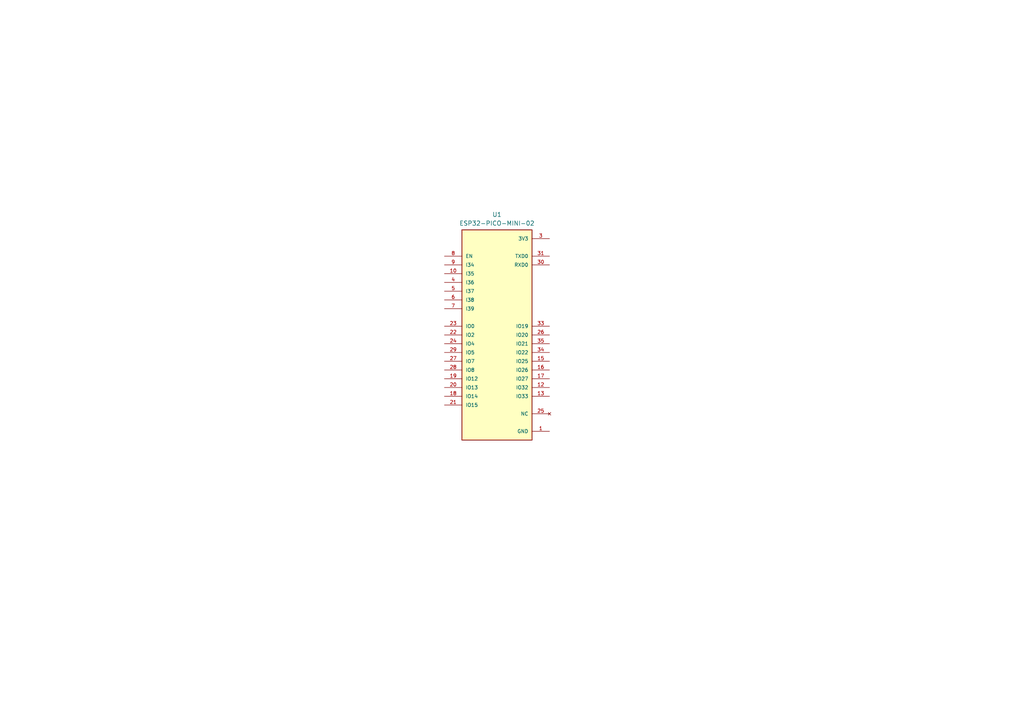
<source format=kicad_sch>
(kicad_sch (version 20250114) (generator "eeschema") (generator_version "9.0")
  (paper "A4")
  (lib_symbols
    (symbol "ESP32:ESP32-PICO-MINI-02" (pin_names (offset 1.016))
      (property "Reference" "U" (at -10.16 33.02 0))
      (property "Value" "ESP32-PICO-MINI-02" (at -10.16 -33.02 0))
      (symbol "ESP32-PICO-MINI-02_0_0"
        (rectangle (start -10.16 -30.48) (end 10.16 30.48) (stroke (width 0.254)) (fill (type background)))
        (pin input line (at -15.24 22.86 0) (length 5.08) (name "EN") (number "8"))
        (pin input line (at -15.24 20.32 0) (length 5.08) (name "I34") (number "9"))
        (pin input line (at -15.24 17.78 0) (length 5.08) (name "I35") (number "10"))
        (pin input line (at -15.24 15.24 0) (length 5.08) (name "I36") (number "4"))
        (pin input line (at -15.24 12.7 0) (length 5.08) (name "I37") (number "5"))
        (pin input line (at -15.24 10.16 0) (length 5.08) (name "I38") (number "6"))
        (pin input line (at -15.24 7.62 0) (length 5.08) (name "I39") (number "7"))
        (pin bidirectional line (at -15.24 2.54 0) (length 5.08) (name "IO0") (number "23"))
        (pin bidirectional line (at -15.24 0 0) (length 5.08) (name "IO2") (number "22"))
        (pin bidirectional line (at -15.24 -2.54 0) (length 5.08) (name "IO4") (number "24"))
        (pin bidirectional line (at -15.24 -5.08 0) (length 5.08) (name "IO5") (number "29"))
        (pin bidirectional line (at -15.24 -7.62 0) (length 5.08) (name "IO7") (number "27"))
        (pin bidirectional line (at -15.24 -10.16 0) (length 5.08) (name "IO8") (number "28"))
        (pin bidirectional line (at -15.24 -12.7 0) (length 5.08) (name "IO12") (number "19"))
        (pin bidirectional line (at -15.24 -15.24 0) (length 5.08) (name "IO13") (number "20"))
        (pin bidirectional line (at -15.24 -17.78 0) (length 5.08) (name "IO14") (number "18"))
        (pin bidirectional line (at -15.24 -20.32 0) (length 5.08) (name "IO15") (number "21"))
        (pin power_in line (at 15.24 27.94 180) (length 5.08) (name "3V3") (number "3"))
        (pin bidirectional line (at 15.24 22.86 180) (length 5.08) (name "TXD0") (number "31"))
        (pin bidirectional line (at 15.24 20.32 180) (length 5.08) (name "RXD0") (number "30"))
        (pin bidirectional line (at 15.24 2.54 180) (length 5.08) (name "IO19") (number "33"))
        (pin bidirectional line (at 15.24 0 180) (length 5.08) (name "IO20") (number "26"))
        (pin bidirectional line (at 15.24 -2.54 180) (length 5.08) (name "IO21") (number "35"))
        (pin bidirectional line (at 15.24 -5.08 180) (length 5.08) (name "IO22") (number "34"))
        (pin bidirectional line (at 15.24 -7.62 180) (length 5.08) (name "IO25") (number "15"))
        (pin bidirectional line (at 15.24 -10.16 180) (length 5.08) (name "IO26") (number "16"))
        (pin bidirectional line (at 15.24 -12.7 180) (length 5.08) (name "IO27") (number "17"))
        (pin bidirectional line (at 15.24 -15.24 180) (length 5.08) (name "IO32") (number "12"))
        (pin bidirectional line (at 15.24 -17.78 180) (length 5.08) (name "IO33") (number "13"))
        (pin no_connect line (at 15.24 -22.86 180) (length 5.08) (name "NC") (number "25"))
        (pin no_connect line (at 15.24 -22.86 180) (length 5.08) (hide yes) (name "NC") (number "32"))
        (pin power_in line (at 15.24 -27.94 180) (length 5.08) (name "GND") (number "1"))
        (pin power_in line (at 15.24 -27.94 180) (length 5.08) (hide yes) (name "GND") (number "11"))
        (pin power_in line (at 15.24 -27.94 180) (length 5.08) (hide yes) (name "GND") (number "14"))
        (pin power_in line (at 15.24 -27.94 180) (length 5.08) (hide yes) (name "GND") (number "2"))
        (pin power_in line (at 15.24 -27.94 180) (length 5.08) (hide yes) (name "GND") (number "36"))
        (pin power_in line (at 15.24 -27.94 180) (length 5.08) (hide yes) (name "GND") (number "37"))
        (pin power_in line (at 15.24 -27.94 180) (length 5.08) (hide yes) (name "GND") (number "38"))
        (pin power_in line (at 15.24 -27.94 180) (length 5.08) (hide yes) (name "GND") (number "39"))
        (pin power_in line (at 15.24 -27.94 180) (length 5.08) (hide yes) (name "GND") (number "40"))
        (pin power_in line (at 15.24 -27.94 180) (length 5.08) (hide yes) (name "GND") (number "41"))
        (pin power_in line (at 15.24 -27.94 180) (length 5.08) (hide yes) (name "GND") (number "42"))
        (pin power_in line (at 15.24 -27.94 180) (length 5.08) (hide yes) (name "GND") (number "43"))
        (pin power_in line (at 15.24 -27.94 180) (length 5.08) (hide yes) (name "GND") (number "44"))
        (pin power_in line (at 15.24 -27.94 180) (length 5.08) (hide yes) (name "GND") (number "45"))
        (pin power_in line (at 15.24 -27.94 180) (length 5.08) (hide yes) (name "GND") (number "46"))
        (pin power_in line (at 15.24 -27.94 180) (length 5.08) (hide yes) (name "GND") (number "47"))
        (pin power_in line (at 15.24 -27.94 180) (length 5.08) (hide yes) (name "GND") (number "48"))
        (pin power_in line (at 15.24 -27.94 180) (length 5.08) (hide yes) (name "GND") (number "49"))
        (pin power_in line (at 15.24 -27.94 180) (length 5.08) (hide yes) (name "GND") (number "50"))
        (pin power_in line (at 15.24 -27.94 180) (length 5.08) (hide yes) (name "GND") (number "51"))
        (pin power_in line (at 15.24 -27.94 180) (length 5.08) (hide yes) (name "GND") (number "52"))
        (pin power_in line (at 15.24 -27.94 180) (length 5.08) (hide yes) (name "GND") (number "53"))
        (pin power_in line (at 15.24 -27.94 180) (length 5.08) (hide yes) (name "GND") (number "54"))
        (pin power_in line (at 15.24 -27.94 180) (length 5.08) (hide yes) (name "GND") (number "55"))
        (pin power_in line (at 15.24 -27.94 180) (length 5.08) (hide yes) (name "GND") (number "56"))
        (pin power_in line (at 15.24 -27.94 180) (length 5.08) (hide yes) (name "GND") (number "57"))
        (pin power_in line (at 15.24 -27.94 180) (length 5.08) (hide yes) (name "GND") (number "58"))
        (pin power_in line (at 15.24 -27.94 180) (length 5.08) (hide yes) (name "GND") (number "59"))
        (pin power_in line (at 15.24 -27.94 180) (length 5.08) (hide yes) (name "GND") (number "60"))
        (pin power_in line (at 15.24 -27.94 180) (length 5.08) (hide yes) (name "GND") (number "61"))
      )
    )
  )
  (symbol (lib_id "ESP32:ESP32-PICO-MINI-02") (at 144.145 97.155 0) (unit 1)
    (property "Reference" "U1" (at 144.145 62.23 0))
    (property "Value" "ESP32-PICO-MINI-02" (at 144.145 64.77 0))
    (property "Footprint" "ESP32:MODULE_ESP32-PICO-MINI-02" (effects (hide yes)))
    (property "MF" "Espressif Systems" (effects (hide yes)))
    (property "MAXIMUM_PACKAGE_HEIGHT" "2.55mm" (effects (hide yes)))
    (property "Package" "None" (effects (hide yes)))
    (property "Price" "None" (effects (hide yes)))
    (property "Check_prices" "https://www.snapeda.com/parts/ESP32-PICO-MINI-02/Espressif+Systems/view-part/?ref=eda" (effects (hide yes)))
    (property "STANDARD" "Manufacturer Recommendations" (effects (hide yes)))
    (property "PARTREV" "v1.0" (effects (hide yes)))
    (property "SnapEDA_Link" "https://www.snapeda.com/parts/ESP32-PICO-MINI-02/Espressif+Systems/view-part/?ref=snap" (effects (hide yes)))
    (property "MP" "ESP32-PICO-MINI-02" (effects (hide yes)))
    (property "Purchase-URL" "https://www.snapeda.com/api/url_track_click_mouser/?unipart_id=5381045&manufacturer=Espressif Systems&part_name=ESP32-PICO-MINI-02&search_term=None" (effects (hide yes)))
    (property "Description_1" "Bluetooth, WiFi 802.11b/g/n, Bluetooth v4.2 +EDR, Class 1, 2 and 3 Transceiver Module 2.412GHz ~ 2.484GHz PCB Trace Chassis Mount" (effects (hide yes)))
    (property "Availability" "In Stock" (effects (hide yes)))
    (property "MANUFACTURER" "Espressif" (effects (hide yes)))
  )
)
</source>
